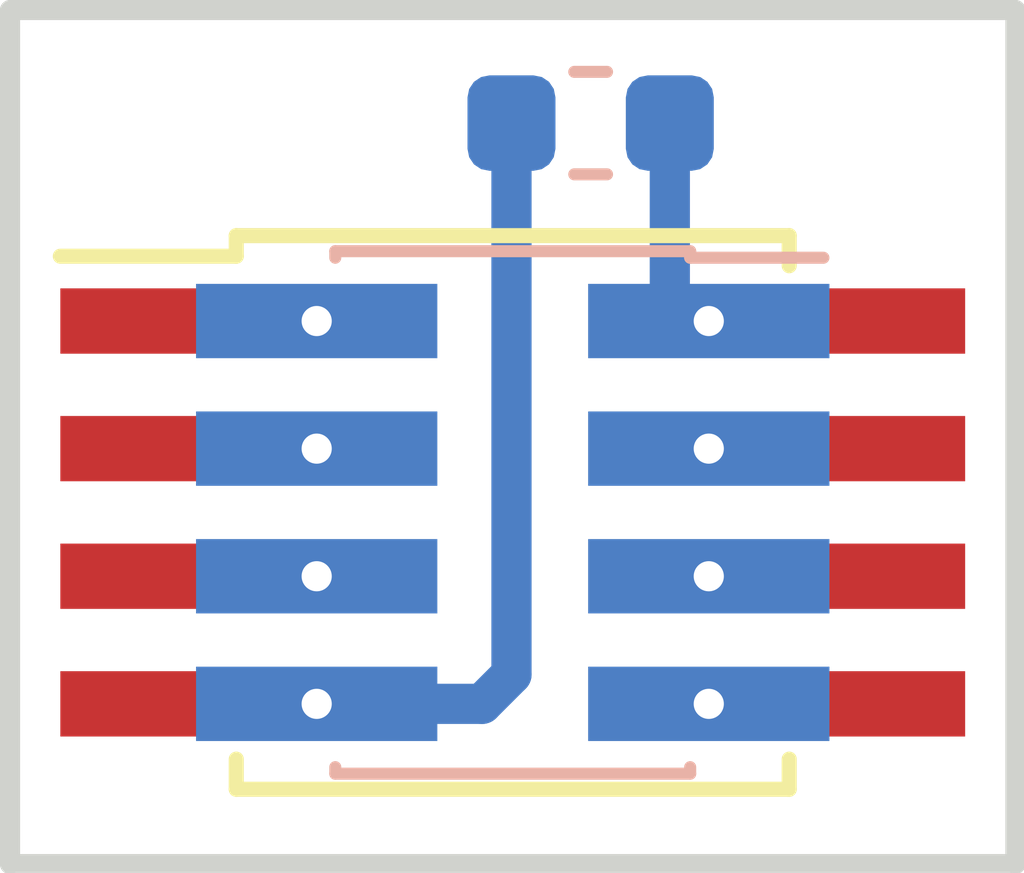
<source format=kicad_pcb>
(kicad_pcb (version 20171130) (host pcbnew "(5.0.0-rc3-dev-2-g101b68b)")

  (general
    (thickness 1.6)
    (drawings 4)
    (tracks 23)
    (zones 0)
    (modules 3)
    (nets 9)
  )

  (page A4)
  (layers
    (0 F.Cu signal)
    (31 B.Cu signal)
    (32 B.Adhes user)
    (33 F.Adhes user)
    (34 B.Paste user)
    (35 F.Paste user)
    (36 B.SilkS user)
    (37 F.SilkS user)
    (38 B.Mask user)
    (39 F.Mask user)
    (40 Dwgs.User user)
    (41 Cmts.User user)
    (42 Eco1.User user)
    (43 Eco2.User user)
    (44 Edge.Cuts user)
    (45 Margin user)
    (46 B.CrtYd user)
    (47 F.CrtYd user)
    (48 B.Fab user hide)
    (49 F.Fab user hide)
  )

  (setup
    (last_trace_width 0.4)
    (trace_clearance 0.25)
    (zone_clearance 0.508)
    (zone_45_only no)
    (trace_min 0.15)
    (segment_width 0.2)
    (edge_width 0.15)
    (via_size 0.6)
    (via_drill 0.3)
    (via_min_size 0.6)
    (via_min_drill 0.3)
    (uvia_size 0.3)
    (uvia_drill 0.1)
    (uvias_allowed no)
    (uvia_min_size 0.2)
    (uvia_min_drill 0.1)
    (pcb_text_width 0.3)
    (pcb_text_size 1.5 1.5)
    (mod_edge_width 0.15)
    (mod_text_size 1 1)
    (mod_text_width 0.15)
    (pad_size 1.524 1.524)
    (pad_drill 0.762)
    (pad_to_mask_clearance 0.2)
    (aux_axis_origin 0 0)
    (visible_elements FFFFFF7F)
    (pcbplotparams
      (layerselection 0x010fc_ffffffff)
      (usegerberextensions false)
      (usegerberattributes false)
      (usegerberadvancedattributes false)
      (creategerberjobfile false)
      (excludeedgelayer true)
      (linewidth 0.100000)
      (plotframeref false)
      (viasonmask false)
      (mode 1)
      (useauxorigin false)
      (hpglpennumber 1)
      (hpglpenspeed 20)
      (hpglpendiameter 15.000000)
      (psnegative false)
      (psa4output false)
      (plotreference true)
      (plotvalue true)
      (plotinvisibletext false)
      (padsonsilk false)
      (subtractmaskfromsilk false)
      (outputformat 1)
      (mirror false)
      (drillshape 1)
      (scaleselection 1)
      (outputdirectory ""))
  )

  (net 0 "")
  (net 1 /~CS)
  (net 2 /DQ1)
  (net 3 /~WP)
  (net 4 /GND)
  (net 5 /DQ0)
  (net 6 /CLK)
  (net 7 /~HOLD)
  (net 8 /VCC)

  (net_class Default "This is the default net class."
    (clearance 0.25)
    (trace_width 0.4)
    (via_dia 0.6)
    (via_drill 0.3)
    (uvia_dia 0.3)
    (uvia_drill 0.1)
    (add_net /CLK)
    (add_net /DQ0)
    (add_net /DQ1)
    (add_net /GND)
    (add_net /VCC)
    (add_net /~CS)
    (add_net /~HOLD)
    (add_net /~WP)
  )

  (module Capacitor_SMD:C_0603_1608Metric (layer B.Cu) (tedit 5B4BCAD1) (tstamp 5B4C9D92)
    (at 100.775 96.125 180)
    (descr "Capacitor SMD 0603 (1608 Metric), square (rectangular) end terminal, IPC_7351 nominal, (Body size source: http://www.tortai-tech.com/upload/download/2011102023233369053.pdf), generated with kicad-footprint-generator")
    (tags capacitor)
    (path /5B4BD581)
    (attr smd)
    (fp_text reference C101 (at 0 1.43 180) (layer B.Fab)
      (effects (font (size 1 1) (thickness 0.15)) (justify mirror))
    )
    (fp_text value 100n (at 0 -1.43 180) (layer B.Fab)
      (effects (font (size 1 1) (thickness 0.15)) (justify mirror))
    )
    (fp_line (start -0.8 -0.4) (end -0.8 0.4) (layer B.Fab) (width 0.1))
    (fp_line (start -0.8 0.4) (end 0.8 0.4) (layer B.Fab) (width 0.1))
    (fp_line (start 0.8 0.4) (end 0.8 -0.4) (layer B.Fab) (width 0.1))
    (fp_line (start 0.8 -0.4) (end -0.8 -0.4) (layer B.Fab) (width 0.1))
    (fp_line (start -0.162779 0.51) (end 0.162779 0.51) (layer B.SilkS) (width 0.12))
    (fp_line (start -0.162779 -0.51) (end 0.162779 -0.51) (layer B.SilkS) (width 0.12))
    (fp_line (start -1.48 -0.73) (end -1.48 0.73) (layer B.CrtYd) (width 0.05))
    (fp_line (start -1.48 0.73) (end 1.48 0.73) (layer B.CrtYd) (width 0.05))
    (fp_line (start 1.48 0.73) (end 1.48 -0.73) (layer B.CrtYd) (width 0.05))
    (fp_line (start 1.48 -0.73) (end -1.48 -0.73) (layer B.CrtYd) (width 0.05))
    (fp_text user %R (at 0 0 180) (layer B.Fab)
      (effects (font (size 0.4 0.4) (thickness 0.06)) (justify mirror))
    )
    (pad 1 smd roundrect (at -0.7875 0 180) (size 0.875 0.95) (layers B.Cu B.Paste B.Mask) (roundrect_rratio 0.25)
      (net 8 /VCC))
    (pad 2 smd roundrect (at 0.7875 0 180) (size 0.875 0.95) (layers B.Cu B.Paste B.Mask) (roundrect_rratio 0.25)
      (net 4 /GND))
    (model ${KISYS3DMOD}/Capacitor_SMD.3dshapes/C_0603_1608Metric.wrl
      (at (xyz 0 0 0))
      (scale (xyz 1 1 1))
      (rotate (xyz 0 0 0))
    )
  )

  (module Package_SO:SOIJ-8_5.3x5.3mm_P1.27mm (layer F.Cu) (tedit 5B4BCAD9) (tstamp 5B4C9DE4)
    (at 100 100)
    (descr "8-Lead Plastic Small Outline (SM) - Medium, 5.28 mm Body [SOIC] (see Microchip Packaging Specification 00000049BS.pdf)")
    (tags "SOIC 1.27")
    (path /5B74F9F9)
    (attr smd)
    (fp_text reference U101 (at 0 -3.68) (layer F.Fab)
      (effects (font (size 1 1) (thickness 0.15)))
    )
    (fp_text value W25Q64FVSS (at 0 3.68) (layer F.Fab)
      (effects (font (size 1 1) (thickness 0.15)))
    )
    (fp_text user %R (at 0 0) (layer F.Fab)
      (effects (font (size 1 1) (thickness 0.15)))
    )
    (fp_line (start -1.65 -2.65) (end 2.65 -2.65) (layer F.Fab) (width 0.15))
    (fp_line (start 2.65 -2.65) (end 2.65 2.65) (layer F.Fab) (width 0.15))
    (fp_line (start 2.65 2.65) (end -2.65 2.65) (layer F.Fab) (width 0.15))
    (fp_line (start -2.65 2.65) (end -2.65 -1.65) (layer F.Fab) (width 0.15))
    (fp_line (start -2.65 -1.65) (end -1.65 -2.65) (layer F.Fab) (width 0.15))
    (fp_line (start -4.75 -2.95) (end -4.75 2.95) (layer F.CrtYd) (width 0.05))
    (fp_line (start 4.75 -2.95) (end 4.75 2.95) (layer F.CrtYd) (width 0.05))
    (fp_line (start -4.75 -2.95) (end 4.75 -2.95) (layer F.CrtYd) (width 0.05))
    (fp_line (start -4.75 2.95) (end 4.75 2.95) (layer F.CrtYd) (width 0.05))
    (fp_line (start -2.75 -2.755) (end -2.75 -2.55) (layer F.SilkS) (width 0.15))
    (fp_line (start 2.75 -2.755) (end 2.75 -2.455) (layer F.SilkS) (width 0.15))
    (fp_line (start 2.75 2.755) (end 2.75 2.455) (layer F.SilkS) (width 0.15))
    (fp_line (start -2.75 2.755) (end -2.75 2.455) (layer F.SilkS) (width 0.15))
    (fp_line (start -2.75 -2.755) (end 2.75 -2.755) (layer F.SilkS) (width 0.15))
    (fp_line (start -2.75 2.755) (end 2.75 2.755) (layer F.SilkS) (width 0.15))
    (fp_line (start -2.75 -2.55) (end -4.5 -2.55) (layer F.SilkS) (width 0.15))
    (pad 1 smd rect (at -3.65 -1.905) (size 1.7 0.65) (layers F.Cu F.Paste F.Mask)
      (net 1 /~CS))
    (pad 2 smd rect (at -3.65 -0.635) (size 1.7 0.65) (layers F.Cu F.Paste F.Mask)
      (net 2 /DQ1))
    (pad 3 smd rect (at -3.65 0.635) (size 1.7 0.65) (layers F.Cu F.Paste F.Mask)
      (net 3 /~WP))
    (pad 4 smd rect (at -3.65 1.905) (size 1.7 0.65) (layers F.Cu F.Paste F.Mask)
      (net 4 /GND))
    (pad 5 smd rect (at 3.65 1.905) (size 1.7 0.65) (layers F.Cu F.Paste F.Mask)
      (net 5 /DQ0))
    (pad 6 smd rect (at 3.65 0.635) (size 1.7 0.65) (layers F.Cu F.Paste F.Mask)
      (net 6 /CLK))
    (pad 7 smd rect (at 3.65 -0.635) (size 1.7 0.65) (layers F.Cu F.Paste F.Mask)
      (net 7 /~HOLD))
    (pad 8 smd rect (at 3.65 -1.905) (size 1.7 0.65) (layers F.Cu F.Paste F.Mask)
      (net 8 /VCC))
    (model ${KISYS3DMOD}/Package_SO.3dshapes/SOIJ-8_5.3x5.3mm_P1.27mm.wrl
      (at (xyz 0 0 0))
      (scale (xyz 1 1 1))
      (rotate (xyz 0 0 0))
    )
  )

  (module Connector_PinHeader_1.27mm:PinHeader_2x04_P1.27mm_Vertical_SMD (layer B.Cu) (tedit 5B4BCAE1) (tstamp 5B4DC93F)
    (at 100 100 180)
    (descr "surface-mounted straight pin header, 2x04, 1.27mm pitch, double rows")
    (tags "Surface mounted pin header SMD 2x04 1.27mm double row")
    (path /5B4C09EB)
    (attr smd)
    (fp_text reference J101 (at 0 3.6 180) (layer B.Fab)
      (effects (font (size 1 1) (thickness 0.15)) (justify mirror))
    )
    (fp_text value Conn_02x04_Odd_Even (at 0 -3.6 180) (layer B.Fab)
      (effects (font (size 1 1) (thickness 0.15)) (justify mirror))
    )
    (fp_line (start 1.705 -2.54) (end -1.705 -2.54) (layer B.Fab) (width 0.1))
    (fp_line (start -1.27 2.54) (end 1.705 2.54) (layer B.Fab) (width 0.1))
    (fp_line (start -1.705 -2.54) (end -1.705 2.105) (layer B.Fab) (width 0.1))
    (fp_line (start -1.705 2.105) (end -1.27 2.54) (layer B.Fab) (width 0.1))
    (fp_line (start 1.705 2.54) (end 1.705 -2.54) (layer B.Fab) (width 0.1))
    (fp_line (start -1.705 2.105) (end -2.75 2.105) (layer B.Fab) (width 0.1))
    (fp_line (start -2.75 2.105) (end -2.75 1.705) (layer B.Fab) (width 0.1))
    (fp_line (start -2.75 1.705) (end -1.705 1.705) (layer B.Fab) (width 0.1))
    (fp_line (start 1.705 2.105) (end 2.75 2.105) (layer B.Fab) (width 0.1))
    (fp_line (start 2.75 2.105) (end 2.75 1.705) (layer B.Fab) (width 0.1))
    (fp_line (start 2.75 1.705) (end 1.705 1.705) (layer B.Fab) (width 0.1))
    (fp_line (start -1.705 0.835) (end -2.75 0.835) (layer B.Fab) (width 0.1))
    (fp_line (start -2.75 0.835) (end -2.75 0.435) (layer B.Fab) (width 0.1))
    (fp_line (start -2.75 0.435) (end -1.705 0.435) (layer B.Fab) (width 0.1))
    (fp_line (start 1.705 0.835) (end 2.75 0.835) (layer B.Fab) (width 0.1))
    (fp_line (start 2.75 0.835) (end 2.75 0.435) (layer B.Fab) (width 0.1))
    (fp_line (start 2.75 0.435) (end 1.705 0.435) (layer B.Fab) (width 0.1))
    (fp_line (start -1.705 -0.435) (end -2.75 -0.435) (layer B.Fab) (width 0.1))
    (fp_line (start -2.75 -0.435) (end -2.75 -0.835) (layer B.Fab) (width 0.1))
    (fp_line (start -2.75 -0.835) (end -1.705 -0.835) (layer B.Fab) (width 0.1))
    (fp_line (start 1.705 -0.435) (end 2.75 -0.435) (layer B.Fab) (width 0.1))
    (fp_line (start 2.75 -0.435) (end 2.75 -0.835) (layer B.Fab) (width 0.1))
    (fp_line (start 2.75 -0.835) (end 1.705 -0.835) (layer B.Fab) (width 0.1))
    (fp_line (start -1.705 -1.705) (end -2.75 -1.705) (layer B.Fab) (width 0.1))
    (fp_line (start -2.75 -1.705) (end -2.75 -2.105) (layer B.Fab) (width 0.1))
    (fp_line (start -2.75 -2.105) (end -1.705 -2.105) (layer B.Fab) (width 0.1))
    (fp_line (start 1.705 -1.705) (end 2.75 -1.705) (layer B.Fab) (width 0.1))
    (fp_line (start 2.75 -1.705) (end 2.75 -2.105) (layer B.Fab) (width 0.1))
    (fp_line (start 2.75 -2.105) (end 1.705 -2.105) (layer B.Fab) (width 0.1))
    (fp_line (start -1.765 2.6) (end 1.765 2.6) (layer B.SilkS) (width 0.12))
    (fp_line (start -1.765 -2.6) (end 1.765 -2.6) (layer B.SilkS) (width 0.12))
    (fp_line (start -3.09 2.535) (end -1.765 2.535) (layer B.SilkS) (width 0.12))
    (fp_line (start -1.765 2.6) (end -1.765 2.535) (layer B.SilkS) (width 0.12))
    (fp_line (start 1.765 2.6) (end 1.765 2.535) (layer B.SilkS) (width 0.12))
    (fp_line (start -1.765 -2.535) (end -1.765 -2.6) (layer B.SilkS) (width 0.12))
    (fp_line (start 1.765 -2.535) (end 1.765 -2.6) (layer B.SilkS) (width 0.12))
    (fp_line (start -4.3 3.05) (end -4.3 -3.05) (layer B.CrtYd) (width 0.05))
    (fp_line (start -4.3 -3.05) (end 4.3 -3.05) (layer B.CrtYd) (width 0.05))
    (fp_line (start 4.3 -3.05) (end 4.3 3.05) (layer B.CrtYd) (width 0.05))
    (fp_line (start 4.3 3.05) (end -4.3 3.05) (layer B.CrtYd) (width 0.05))
    (fp_text user %R (at 0 0 90) (layer B.Fab)
      (effects (font (size 1 1) (thickness 0.15)) (justify mirror))
    )
    (pad 1 smd rect (at -1.95 1.905 180) (size 2.4 0.74) (layers B.Cu B.Paste B.Mask)
      (net 8 /VCC))
    (pad 2 smd rect (at 1.95 1.905 180) (size 2.4 0.74) (layers B.Cu B.Paste B.Mask)
      (net 1 /~CS))
    (pad 3 smd rect (at -1.95 0.635 180) (size 2.4 0.74) (layers B.Cu B.Paste B.Mask)
      (net 7 /~HOLD))
    (pad 4 smd rect (at 1.95 0.635 180) (size 2.4 0.74) (layers B.Cu B.Paste B.Mask)
      (net 2 /DQ1))
    (pad 5 smd rect (at -1.95 -0.635 180) (size 2.4 0.74) (layers B.Cu B.Paste B.Mask)
      (net 6 /CLK))
    (pad 6 smd rect (at 1.95 -0.635 180) (size 2.4 0.74) (layers B.Cu B.Paste B.Mask)
      (net 3 /~WP))
    (pad 7 smd rect (at -1.95 -1.905 180) (size 2.4 0.74) (layers B.Cu B.Paste B.Mask)
      (net 5 /DQ0))
    (pad 8 smd rect (at 1.95 -1.905 180) (size 2.4 0.74) (layers B.Cu B.Paste B.Mask)
      (net 4 /GND))
    (model ${KISYS3DMOD}/Connector_PinHeader_1.27mm.3dshapes/PinHeader_2x04_P1.27mm_Vertical_SMD.wrl
      (at (xyz 0 0 0))
      (scale (xyz 1 1 1))
      (rotate (xyz 0 0 0))
    )
  )

  (gr_line (start 95 103.5) (end 95 95) (layer Edge.Cuts) (width 0.2))
  (gr_line (start 105 103.5) (end 95 103.5) (layer Edge.Cuts) (width 0.2))
  (gr_line (start 105 95) (end 105 103.5) (layer Edge.Cuts) (width 0.2))
  (gr_line (start 95 95) (end 105 95) (layer Edge.Cuts) (width 0.2))

  (segment (start 96.35 98.095) (end 98.05 98.095) (width 0.4) (layer F.Cu) (net 1) (status 10))
  (via (at 98.05 98.095) (size 0.6) (drill 0.3) (layers F.Cu B.Cu) (net 1) (status 30))
  (via (at 98.05 99.365) (size 0.6) (drill 0.3) (layers F.Cu B.Cu) (net 2) (status 30))
  (segment (start 96.35 99.365) (end 98.05 99.365) (width 0.4) (layer F.Cu) (net 2) (status 10))
  (via (at 98.05 100.635) (size 0.6) (drill 0.3) (layers F.Cu B.Cu) (net 3) (status 30))
  (segment (start 96.35 100.635) (end 98.05 100.635) (width 0.4) (layer F.Cu) (net 3) (status 10))
  (via (at 98.05 101.905) (size 0.6) (drill 0.3) (layers F.Cu B.Cu) (net 4))
  (segment (start 96.35 101.905) (end 98.05 101.905) (width 0.4) (layer F.Cu) (net 4))
  (segment (start 99.9875 96.125) (end 99.9875 101.6125) (width 0.4) (layer B.Cu) (net 4))
  (segment (start 99.695 101.905) (end 98.05 101.905) (width 0.4) (layer B.Cu) (net 4))
  (segment (start 99.9875 101.6125) (end 99.695 101.905) (width 0.4) (layer B.Cu) (net 4))
  (via (at 101.95 101.905) (size 0.6) (drill 0.3) (layers F.Cu B.Cu) (net 5) (status 30))
  (segment (start 103.65 101.905) (end 101.95 101.905) (width 0.4) (layer F.Cu) (net 5) (status 10))
  (via (at 101.95 100.635) (size 0.6) (drill 0.3) (layers F.Cu B.Cu) (net 6) (status 30))
  (segment (start 103.65 100.635) (end 101.95 100.635) (width 0.4) (layer F.Cu) (net 6) (status 10))
  (via (at 101.95 99.365) (size 0.6) (drill 0.3) (layers F.Cu B.Cu) (net 7) (status 30))
  (segment (start 103.65 99.365) (end 101.95 99.365) (width 0.4) (layer F.Cu) (net 7) (status 10))
  (via (at 101.95 98.095) (size 0.6) (drill 0.3) (layers F.Cu B.Cu) (net 8))
  (segment (start 103.65 98.095) (end 101.95 98.095) (width 0.4) (layer F.Cu) (net 8))
  (segment (start 101.945 98.1) (end 101.95 98.095) (width 0.4) (layer B.Cu) (net 8))
  (segment (start 101.65 98.1) (end 101.945 98.1) (width 0.4) (layer B.Cu) (net 8))
  (segment (start 101.5625 98.0125) (end 101.65 98.1) (width 0.4) (layer B.Cu) (net 8))
  (segment (start 101.5625 96.125) (end 101.5625 98.0125) (width 0.4) (layer B.Cu) (net 8))

)

</source>
